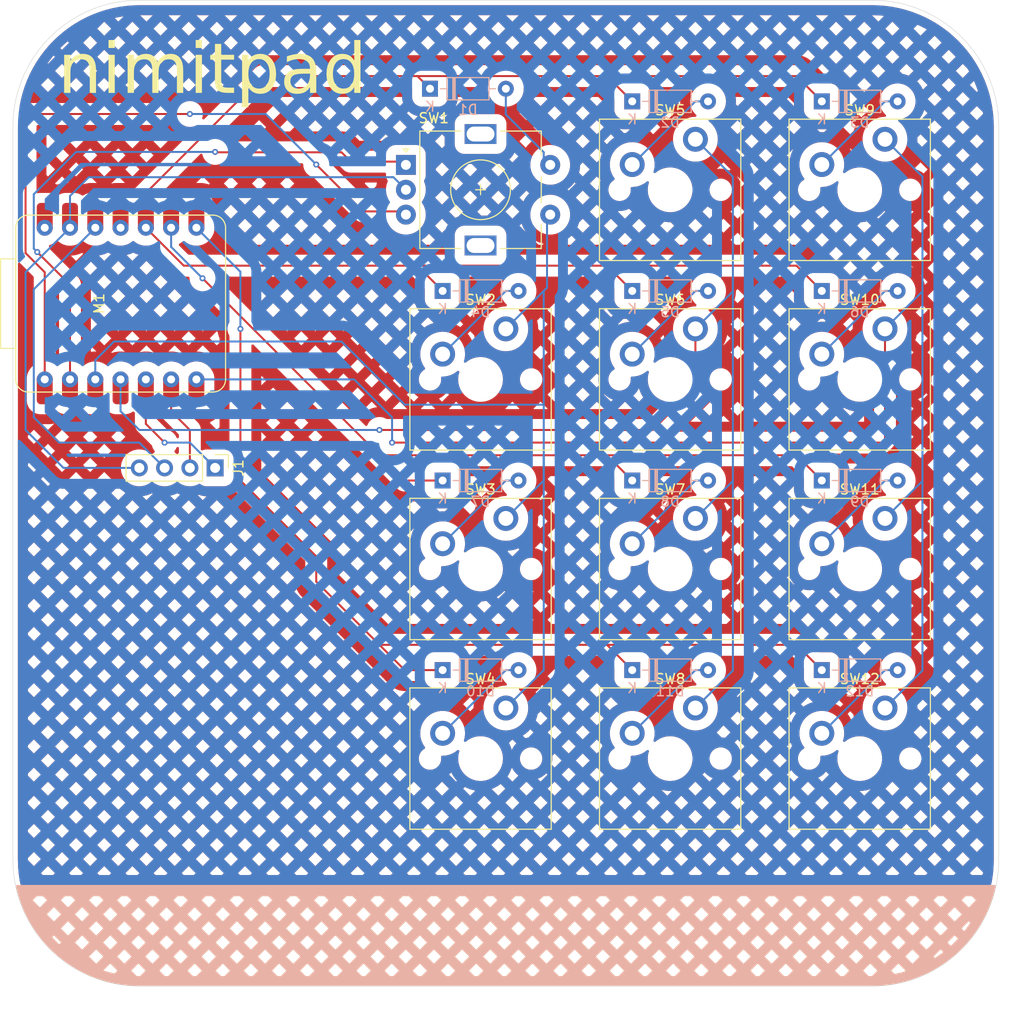
<source format=kicad_pcb>
(kicad_pcb (version 20240108) (generator "pcbnew") (generator_version "8.0")
  (layers (0 "F.Cu" signal) (31 "B.Cu" signal) (34 "B.Paste" user) (35 "F.Paste" user) (36 "B.SilkS" user "B.Silkscreen") (37 "F.SilkS" user "F.Silkscreen") (38 "B.Mask" user) (39 "F.Mask" user) (44 "Edge.Cuts" user))
  (net 0 "")
  (net 1 "Net-(D1-K)")
  (net 2 "Net-(D1-A)")
  (net 3 "Net-(D2-A)")
  (net 4 "Net-(D3-A)")
  (net 5 "Net-(D4-K)")
  (net 6 "Net-(D4-A)")
  (net 7 "Net-(D5-A)")
  (net 8 "Net-(D6-A)")
  (net 9 "Net-(D7-A)")
  (net 10 "Net-(D7-K)")
  (net 11 "Net-(D8-A)")
  (net 12 "Net-(D9-A)")
  (net 13 "Net-(D10-A)")
  (net 14 "Net-(D10-K)")
  (net 15 "Net-(D11-A)")
  (net 16 "Net-(D12-A)")
  (net 17 "Net-(J1-Pin_2)")
  (net 19 "Net-(J1-Pin_3)")
  (net 20 "Net-(M1-D2)")
  (net 21 "Net-(J1-Pin_1)")
  (net 22 "Net-(J1-Pin_4)")
  (net 23 "Net-(M1-D6)")
  (net 24 "Net-(M1-D3)")
  (net 25 "Net-(M1-D1)")
  (net 26 "Net-(M1-D0)")
  (footprint "ScottoKeebs_MX:MX_PCB_1.00u" (layer "F.Cu") (at 72.39 63.5)
    (property "Reference" "SW2" (at 0 -8 0) (layer "F.SilkS"))
    (property "Value" "SW_Push")
    (pad "" np_thru_hole circle (at -5.08 0) (size 1.75 1.75) (drill 1.75) (layers "*.Cu" "*.Mask"))
    (pad "" np_thru_hole circle (at 0 0) (size 4 4) (drill 4) (layers "*.Cu" "*.Mask"))
    (pad "" np_thru_hole circle (at 5.08 0) (size 1.75 1.75) (drill 1.75) (layers "*.Cu" "*.Mask"))
    (pad "1" thru_hole circle (at -3.81 -2.54) (size 2.5 2.5) (drill 1.5) (layers "*.Cu" "*.Mask") (net 6 "Net-(D4-A)"))
    (pad "2" thru_hole circle (at 2.54 -5.08) (size 2.5 2.5) (drill 1.5) (layers "*.Cu" "*.Mask") (net 20 "Net-(M1-D2)"))
  )
  (footprint "ScottoKeebs_MX:MX_PCB_1.00u" (layer "F.Cu") (at 110.49 44.45)
    (property "Reference" "SW9" (at 0 -8 0) (layer "F.SilkS"))
    (property "Value" "SW_Push")
    (pad "" np_thru_hole circle (at -5.08 0) (size 1.75 1.75) (drill 1.75) (layers "*.Cu" "*.Mask"))
    (pad "" np_thru_hole circle (at 0 0) (size 4 4) (drill 4) (layers "*.Cu" "*.Mask"))
    (pad "" np_thru_hole circle (at 5.08 0) (size 1.75 1.75) (drill 1.75) (layers "*.Cu" "*.Mask"))
    (pad "1" thru_hole circle (at -3.81 -2.54) (size 2.5 2.5) (drill 1.5) (layers "*.Cu" "*.Mask") (net 4 "Net-(D3-A)"))
    (pad "2" thru_hole circle (at 2.54 -5.08) (size 2.5 2.5) (drill 1.5) (layers "*.Cu" "*.Mask") (net 23 "Net-(M1-D6)"))
  )
  (footprint "ScottoKeebs_MX:MX_PCB_1.00u" (layer "F.Cu") (at 91.44 82.55)
    (property "Reference" "SW7" (at 0 -8 0) (layer "F.SilkS"))
    (property "Value" "SW_Push")
    (pad "" np_thru_hole circle (at -5.08 0) (size 1.75 1.75) (drill 1.75) (layers "*.Cu" "*.Mask"))
    (pad "" np_thru_hole circle (at 0 0) (size 4 4) (drill 4) (layers "*.Cu" "*.Mask"))
    (pad "" np_thru_hole circle (at 5.08 0) (size 1.75 1.75) (drill 1.75) (layers "*.Cu" "*.Mask"))
    (pad "1" thru_hole circle (at -3.81 -2.54) (size 2.5 2.5) (drill 1.5) (layers "*.Cu" "*.Mask") (net 11 "Net-(D8-A)"))
    (pad "2" thru_hole circle (at 2.54 -5.08) (size 2.5 2.5) (drill 1.5) (layers "*.Cu" "*.Mask") (net 24 "Net-(M1-D3)"))
  )
  (footprint "ScottoKeebs_MX:MX_PCB_1.00u" (layer "F.Cu") (at 72.39 101.6)
    (property "Reference" "SW4" (at 0 -8 0) (layer "F.SilkS"))
    (property "Value" "SW_Push")
    (pad "" np_thru_hole circle (at -5.08 0) (size 1.75 1.75) (drill 1.75) (layers "*.Cu" "*.Mask"))
    (pad "" np_thru_hole circle (at 0 0) (size 4 4) (drill 4) (layers "*.Cu" "*.Mask"))
    (pad "" np_thru_hole circle (at 5.08 0) (size 1.75 1.75) (drill 1.75) (layers "*.Cu" "*.Mask"))
    (pad "1" thru_hole circle (at -3.81 -2.54) (size 2.5 2.5) (drill 1.5) (layers "*.Cu" "*.Mask") (net 13 "Net-(D10-A)"))
    (pad "2" thru_hole circle (at 2.54 -5.08) (size 2.5 2.5) (drill 1.5) (layers "*.Cu" "*.Mask") (net 20 "Net-(M1-D2)"))
  )
  (footprint "Connector_PinHeader_2.54mm:PinHeader_1x04_P2.54mm_Vertical" (layer "F.Cu") (at 45.72 72.39 -90)
    (property "Reference" "J1" (at 0 -2.33 90) (layer "F.SilkS"))
    (property "Value" "Conn_01x04")
    (pad "1" thru_hole rect (at 0 0 270) (size 1.7 1.7) (drill 1) (layers "*.Cu" "*.Mask") (net 21 "Net-(J1-Pin_1)"))
    (pad "2" thru_hole oval (at 0 2.54 270) (size 1.7 1.7) (drill 1) (layers "*.Cu" "*.Mask") (net 17 "Net-(J1-Pin_2)"))
    (pad "3" thru_hole oval (at 0 5.08 270) (size 1.7 1.7) (drill 1) (layers "*.Cu" "*.Mask") (net 19 "Net-(J1-Pin_3)"))
    (pad "4" thru_hole oval (at 0 7.62 270) (size 1.7 1.7) (drill 1) (layers "*.Cu" "*.Mask") (net 22 "Net-(J1-Pin_4)"))
  )
  (footprint "ScottoKeebs_MX:MX_PCB_1.00u" (layer "F.Cu") (at 110.49 63.5)
    (property "Reference" "SW10" (at 0 -8 0) (layer "F.SilkS"))
    (property "Value" "SW_Push")
    (pad "" np_thru_hole circle (at -5.08 0) (size 1.75 1.75) (drill 1.75) (layers "*.Cu" "*.Mask"))
    (pad "" np_thru_hole circle (at 0 0) (size 4 4) (drill 4) (layers "*.Cu" "*.Mask"))
    (pad "" np_thru_hole circle (at 5.08 0) (size 1.75 1.75) (drill 1.75) (layers "*.Cu" "*.Mask"))
    (pad "1" thru_hole circle (at -3.81 -2.54) (size 2.5 2.5) (drill 1.5) (layers "*.Cu" "*.Mask") (net 8 "Net-(D6-A)"))
    (pad "2" thru_hole circle (at 2.54 -5.08) (size 2.5 2.5) (drill 1.5) (layers "*.Cu" "*.Mask") (net 23 "Net-(M1-D6)"))
  )
  (footprint "ScottoKeebs_MX:MX_PCB_1.00u" (layer "F.Cu") (at 110.49 82.55)
    (property "Reference" "SW11" (at 0 -8 0) (layer "F.SilkS"))
    (property "Value" "SW_Push")
    (pad "" np_thru_hole circle (at -5.08 0) (size 1.75 1.75) (drill 1.75) (layers "*.Cu" "*.Mask"))
    (pad "" np_thru_hole circle (at 0 0) (size 4 4) (drill 4) (layers "*.Cu" "*.Mask"))
    (pad "" np_thru_hole circle (at 5.08 0) (size 1.75 1.75) (drill 1.75) (layers "*.Cu" "*.Mask"))
    (pad "1" thru_hole circle (at -3.81 -2.54) (size 2.5 2.5) (drill 1.5) (layers "*.Cu" "*.Mask") (net 12 "Net-(D9-A)"))
    (pad "2" thru_hole circle (at 2.54 -5.08) (size 2.5 2.5) (drill 1.5) (layers "*.Cu" "*.Mask") (net 23 "Net-(M1-D6)"))
  )
  (footprint "ScottoKeebs_MX:MX_PCB_1.00u" (layer "F.Cu") (at 72.39 82.55)
    (property "Reference" "SW3" (at 0 -8 0) (layer "F.SilkS"))
    (property "Value" "SW_Push")
    (pad "" np_thru_hole circle (at -5.08 0) (size 1.75 1.75) (drill 1.75) (layers "*.Cu" "*.Mask"))
    (pad "" np_thru_hole circle (at 0 0) (size 4 4) (drill 4) (layers "*.Cu" "*.Mask"))
    (pad "" np_thru_hole circle (at 5.08 0) (size 1.75 1.75) (drill 1.75) (layers "*.Cu" "*.Mask"))
    (pad "1" thru_hole circle (at -3.81 -2.54) (size 2.5 2.5) (drill 1.5) (layers "*.Cu" "*.Mask") (net 9 "Net-(D7-A)"))
    (pad "2" thru_hole circle (at 2.54 -5.08) (size 2.5 2.5) (drill 1.5) (layers "*.Cu" "*.Mask") (net 20 "Net-(M1-D2)"))
  )
  (footprint "ScottoKeebs_MX:MX_PCB_1.00u" (layer "F.Cu") (at 91.44 101.6)
    (property "Reference" "SW8" (at 0 -8 0) (layer "F.SilkS"))
    (property "Value" "SW_Push")
    (pad "" np_thru_hole circle (at -5.08 0) (size 1.75 1.75) (drill 1.75) (layers "*.Cu" "*.Mask"))
    (pad "" np_thru_hole circle (at 0 0) (size 4 4) (drill 4) (layers "*.Cu" "*.Mask"))
    (pad "" np_thru_hole circle (at 5.08 0) (size 1.75 1.75) (drill 1.75) (layers "*.Cu" "*.Mask"))
    (pad "1" thru_hole circle (at -3.81 -2.54) (size 2.5 2.5) (drill 1.5) (layers "*.Cu" "*.Mask") (net 15 "Net-(D11-A)"))
    (pad "2" thru_hole circle (at 2.54 -5.08) (size 2.5 2.5) (drill 1.5) (layers "*.Cu" "*.Mask") (net 24 "Net-(M1-D3)"))
  )
  (footprint "ScottoKeebs_MX:MX_PCB_1.00u" (layer "F.Cu") (at 91.44 63.5)
    (property "Reference" "SW6" (at 0 -8 0) (layer "F.SilkS"))
    (property "Value" "SW_Push")
    (pad "" np_thru_hole circle (at -5.08 0) (size 1.75 1.75) (drill 1.75) (layers "*.Cu" "*.Mask"))
    (pad "" np_thru_hole circle (at 0 0) (size 4 4) (drill 4) (layers "*.Cu" "*.Mask"))
    (pad "" np_thru_hole circle (at 5.08 0) (size 1.75 1.75) (drill 1.75) (layers "*.Cu" "*.Mask"))
    (pad "1" thru_hole circle (at -3.81 -2.54) (size 2.5 2.5) (drill 1.5) (layers "*.Cu" "*.Mask") (net 7 "Net-(D5-A)"))
    (pad "2" thru_hole circle (at 2.54 -5.08) (size 2.5 2.5) (drill 1.5) (layers "*.Cu" "*.Mask") (net 24 "Net-(M1-D3)"))
  )
  (footprint "ScottoKeebs_MX:MX_PCB_1.00u" (layer "F.Cu") (at 91.44 44.45)
    (property "Reference" "SW5" (at 0 -8 0) (layer "F.SilkS"))
    (property "Value" "SW_Push")
    (pad "" np_thru_hole circle (at -5.08 0) (size 1.75 1.75) (drill 1.75) (layers "*.Cu" "*.Mask"))
    (pad "" np_thru_hole circle (at 0 0) (size 4 4) (drill 4) (layers "*.Cu" "*.Mask"))
    (pad "" np_thru_hole circle (at 5.08 0) (size 1.75 1.75) (drill 1.75) (layers "*.Cu" "*.Mask"))
    (pad "1" thru_hole circle (at -3.81 -2.54) (size 2.5 2.5) (drill 1.5) (layers "*.Cu" "*.Mask") (net 3 "Net-(D2-A)"))
    (pad "2" thru_hole circle (at 2.54 -5.08) (size 2.5 2.5) (drill 1.5) (layers "*.Cu" "*.Mask") (net 24 "Net-(M1-D3)"))
  )
  (footprint "Rotary_Encoder:EC11E" (layer "F.Cu") (at 64.889217 41.943807)
    (property "Reference" "SW1" (at 2.8 -4.7 0) (layer "F.SilkS"))
    (property "Value" "RotaryEncoder_Switch")
    (pad "A" thru_hole rect (at 0 0) (size 2 2) (drill 1) (layers "*.Cu" "*.Mask") (net 25 "Net-(M1-D1)"))
    (pad "B" thru_hole circle (at 0 5) (size 2 2) (drill 1) (layers "*.Cu" "*.Mask") (net 26 "Net-(M1-D0)"))
    (pad "C" thru_hole circle (at 0 2.5) (size 2 2) (drill 1) (layers "*.Cu" "*.Mask") (net 22 "Net-(J1-Pin_4)"))
    (pad "MP" thru_hole rect (at 7.5 -3.1) (size 3.2 2) (drill oval 2.8 1.5) (layers "*.Cu" "*.Mask"))
    (pad "MP" thru_hole rect (at 7.5 8.1) (size 3.2 2) (drill oval 2.8 1.5) (layers "*.Cu" "*.Mask"))
    (pad "S1" thru_hole circle (at 14.5 5) (size 2 2) (drill 1) (layers "*.Cu" "*.Mask") (net 20 "Net-(M1-D2)"))
    (pad "S2" thru_hole circle (at 14.5 0) (size 2 2) (drill 1) (layers "*.Cu" "*.Mask") (net 2 "Net-(D1-A)"))
  )
  (footprint "Library:XIAO-RP2040" (layer "F.Cu") (at 46.768 64.77 90)
    (property "Reference" "M1" (at 8.89 -12.7 90) (layer "F.SilkS"))
    (property "Value" "XIAO-RP2040")
    (pad "1" thru_hole circle (at 1.2725 -18.171 90) (size 1.6 1.6) (drill 0.8) (layers "*.Cu" "*.Mask") (net 26 "Net-(M1-D0)"))
    (pad "1" smd roundrect (at 1.2725 -18.171 90) (size 3 1.6) (drill (offset -1 0)) (layers "F.Cu" "F.Paste" "F.Mask") (net 26 "Net-(M1-D0)"))
    (pad "2" thru_hole circle (at 1.2725 -15.631 90) (size 1.6 1.6) (drill 0.8) (layers "*.Cu" "*.Mask") (net 25 "Net-(M1-D1)"))
    (pad "2" smd roundrect (at 1.2725 -15.631 90) (size 3 1.6) (drill (offset -1 0)) (layers "F.Cu" "F.Paste" "F.Mask") (net 25 "Net-(M1-D1)"))
    (pad "3" thru_hole circle (at 1.2725 -13.091 90) (size 1.6 1.6) (drill 0.8) (layers "*.Cu" "*.Mask") (net 20 "Net-(M1-D2)"))
    (pad "3" smd roundrect (at 1.2725 -13.091 90) (size 3 1.6) (drill (offset -1 0)) (layers "F.Cu" "F.Paste" "F.Mask") (net 20 "Net-(M1-D2)"))
    (pad "4" thru_hole circle (at 1.2725 -10.551 90) (size 1.6 1.6) (drill 0.8) (layers "*.Cu" "*.Mask") (net 24 "Net-(M1-D3)"))
    (pad "4" smd roundrect (at 1.2725 -10.551 90) (size 3 1.6) (drill (offset -1 0)) (layers "F.Cu" "F.Paste" "F.Mask") (net 24 "Net-(M1-D3)"))
    (pad "5" thru_hole circle (at 1.2725 -8.011 90) (size 1.6 1.6) (drill 0.8) (layers "*.Cu" "*.Mask") (net 21 "Net-(J1-Pin_1)"))
    (pad "5" smd roundrect (at 1.2725 -8.011 90) (size 3 1.6) (drill (offset -1 0)) (layers "F.Cu" "F.Paste" "F.Mask") (net 21 "Net-(J1-Pin_1)"))
    (pad "6" thru_hole circle (at 1.2725 -5.471 90) (size 1.6 1.6) (drill 0.8) (layers "*.Cu" "*.Mask") (net 17 "Net-(J1-Pin_2)"))
    (pad "6" smd roundrect (at 1.2725 -5.471 90) (size 3 1.6) (drill (offset -1 0)) (layers "F.Cu" "F.Paste" "F.Mask") (net 17 "Net-(J1-Pin_2)"))
    (pad "7" thru_hole circle (at 1.2725 -2.931 90) (size 1.6 1.6) (drill 0.8) (layers "*.Cu" "*.Mask") (net 23 "Net-(M1-D6)"))
    (pad "7" smd roundrect (at 1.2725 -2.931 90) (size 3 1.6) (drill (offset -1 0)) (layers "F.Cu" "F.Paste" "F.Mask") (net 23 "Net-(M1-D6)"))
    (pad "8" thru_hole circle (at 16.5075 -2.931 90) (size 1.6 1.6) (drill 0.8) (layers "*.Cu" "*.Mask") (net 14 "Net-(D10-K)"))
    (pad "8" smd roundrect (at 16.5075 -2.931 90) (size 3 1.6) (drill (offset 1 0)) (layers "F.Cu" "F.Paste" "F.Mask") (net 14 "Net-(D10-K)"))
    (pad "9" thru_hole circle (at 16.5075 -5.471 90) (size 1.6 1.6) (drill 0.8) (layers "*.Cu" "*.Mask") (net 10 "Net-(D7-K)"))
    (pad "9" smd roundrect (at 16.5075 -5.471 90) (size 3 1.6) (drill (offset 1 0)) (layers "F.Cu" "F.Paste" "F.Mask") (net 10 "Net-(D7-K)"))
    (pad "10" thru_hole circle (at 16.5075 -8.011 90) (size 1.6 1.6) (drill 0.8) (layers "*.Cu" "*.Mask") (net 5 "Net-(D4-K)"))
    (pad "10" smd roundrect (at 16.5075 -8.011 90) (size 3 1.6) (drill (offset 1 0)) (layers "F.Cu" "F.Paste" "F.Mask") (net 5 "Net-(D4-K)"))
    (pad "11" thru_hole circle (at 16.5075 -10.551 90) (size 1.6 1.6) (drill 0.8) (layers "*.Cu" "*.Mask") (net 1 "Net-(D1-K)"))
    (pad "11" smd roundrect (at 16.5075 -10.551 90) (size 3 1.6) (drill (offset 1 0)) (layers "F.Cu" "F.Paste" "F.Mask") (net 1 "Net-(D1-K)"))
    (pad "12" thru_hole circle (at 16.5075 -13.091 90) (size 1.6 1.6) (drill 0.8) (layers "*.Cu" "*.Mask") (net 19 "Net-(J1-Pin_3)"))
    (pad "12" smd roundrect (at 16.5075 -13.091 90) (size 3 1.6) (drill (offset 1 0)) (layers "F.Cu" "F.Paste" "F.Mask") (net 19 "Net-(J1-Pin_3)"))
    (pad "13" thru_hole circle (at 16.5075 -15.631 90) (size 1.6 1.6) (drill 0.8) (layers "*.Cu" "*.Mask") (net 22 "Net-(J1-Pin_4)"))
    (pad "13" smd roundrect (at 16.5075 -15.631 90) (size 3 1.6) (drill (offset 1 0)) (layers "F.Cu" "F.Paste" "F.Mask") (net 22 "Net-(J1-Pin_4)"))
    (pad "14" thru_hole circle (at 16.5075 -18.171 90) (size 1.6 1.6) (drill 0.8) (layers "*.Cu" "*.Mask"))
    (pad "14" smd roundrect (at 16.5075 -18.171 90) (size 3 1.6) (drill (offset 1 0)) (layers "F.Cu" "F.Paste" "F.Mask"))
  )
  (footprint "ScottoKeebs_MX:MX_PCB_1.00u" (layer "F.Cu") (at 110.49 101.6)
    (property "Reference" "SW12" (at 0 -8 0) (layer "F.SilkS"))
    (property "Value" "SW_Push")
    (pad "" np_thru_hole circle (at -5.08 0) (size 1.75 1.75) (drill 1.75) (layers "*.Cu" "*.Mask"))
    (pad "" np_thru_hole circle (at 0 0) (size 4 4) (drill 4) (layers "*.Cu" "*.Mask"))
    (pad "" np_thru_hole circle (at 5.08 0) (size 1.75 1.75) (drill 1.75) (layers "*.Cu" "*.Mask"))
    (pad "1" thru_hole circle (at -3.81 -2.54) (size 2.5 2.5) (drill 1.5) (layers "*.Cu" "*.Mask") (net 16 "Net-(D12-A)"))
    (pad "2" thru_hole circle (at 2.54 -5.08) (size 2.5 2.5) (drill 1.5) (layers "*.Cu" "*.Mask") (net 23 "Net-(M1-D6)"))
  )
  (footprint "Diode_THT:D_DO-35_SOD27_P7.62mm_Horizontal" (layer "B.Cu") (at 68.58 54.61)
    (property "Reference" "D4" (at 3.81 2.12 0) (layer "B.SilkS") (effects (justify mirror)))
    (property "Value" "1N4148")
    (fp_text user "K" (at 0 1.8 0) (layer "B.SilkS") (effects (justify mirror)))
    (pad "1" thru_hole rect (at 0 0) (size 1.6 1.6) (drill 0.8) (layers "*.Cu" "*.Mask") (net 5 "Net-(D4-K)"))
    (pad "2" thru_hole oval (at 7.62 0) (size 1.6 1.6) (drill 0.8) (layers "*.Cu" "*.Mask") (net 6 "Net-(D4-A)"))
  )
  (footprint "Diode_THT:D_DO-35_SOD27_P7.62mm_Horizontal" (layer "B.Cu") (at 106.68 92.71)
    (property "Reference" "D12" (at 3.81 2.12 0) (layer "B.SilkS") (effects (justify mirror)))
    (property "Value" "1N4148")
    (fp_text user "K" (at 0 1.8 0) (layer "B.SilkS") (effects (justify mirror)))
    (pad "1" thru_hole rect (at 0 0) (size 1.6 1.6) (drill 0.8) (layers "*.Cu" "*.Mask") (net 14 "Net-(D10-K)"))
    (pad "2" thru_hole oval (at 7.62 0) (size 1.6 1.6) (drill 0.8) (layers "*.Cu" "*.Mask") (net 16 "Net-(D12-A)"))
  )
  (footprint "Diode_THT:D_DO-35_SOD27_P7.62mm_Horizontal" (layer "B.Cu") (at 68.58 92.71)
    (property "Reference" "D10" (at 3.81 2.12 0) (layer "B.SilkS") (effects (justify mirror)))
    (property "Value" "1N4148")
    (fp_text user "K" (at 0 1.8 0) (layer "B.SilkS") (effects (justify mirror)))
    (pad "1" thru_hole rect (at 0 0) (size 1.6 1.6) (drill 0.8) (layers "*.Cu" "*.Mask") (net 14 "Net-(D10-K)"))
    (pad "2" thru_hole oval (at 7.62 0) (size 1.6 1.6) (drill 0.8) (layers "*.Cu" "*.Mask") (net 13 "Net-(D10-A)"))
  )
  (footprint "Diode_THT:D_DO-35_SOD27_P7.62mm_Horizontal" (layer "B.Cu") (at 87.63 73.66)
    (property "Reference" "D8" (at 3.81 2.12 0) (layer "B.SilkS") (effects (justify mirror)))
    (property "Value" "1N4148")
    (fp_text user "K" (at 0 1.8 0) (layer "B.SilkS") (effects (justify mirror)))
    (pad "1" thru_hole rect (at 0 0) (size 1.6 1.6) (drill 0.8) (layers "*.Cu" "*.Mask") (net 10 "Net-(D7-K)"))
    (pad "2" thru_hole oval (at 7.62 0) (size 1.6 1.6) (drill 0.8) (layers "*.Cu" "*.Mask") (net 11 "Net-(D8-A)"))
  )
  (footprint "Diode_THT:D_DO-35_SOD27_P7.62mm_Horizontal" (layer "B.Cu") (at 87.63 92.71)
    (property "Reference" "D11" (at 3.81 2.12 0) (layer "B.SilkS") (effects (justify mirror)))
    (property "Value" "1N4148")
    (fp_text user "K" (at 0 1.8 0) (layer "B.SilkS") (effects (justify mirror)))
    (pad "1" thru_hole rect (at 0 0) (size 1.6 1.6) (drill 0.8) (layers "*.Cu" "*.Mask") (net 14 "Net-(D10-K)"))
    (pad "2" thru_hole oval (at 7.62 0) (size 1.6 1.6) (drill 0.8) (layers "*.Cu" "*.Mask") (net 15 "Net-(D11-A)"))
  )
  (footprint "Diode_THT:D_DO-35_SOD27_P7.62mm_Horizontal" (layer "B.Cu") (at 87.63 54.61)
    (property "Reference" "D5" (at 3.81 2.12 0) (layer "B.SilkS") (effects (justify mirror)))
    (property "Value" "1N4148")
    (fp_text user "K" (at 0 1.8 0) (layer "B.SilkS") (effects (justify mirror)))
    (pad "1" thru_hole rect (at 0 0) (size 1.6 1.6) (drill 0.8) (layers "*.Cu" "*.Mask") (net 5 "Net-(D4-K)"))
    (pad "2" thru_hole oval (at 7.62 0) (size 1.6 1.6) (drill 0.8) (layers "*.Cu" "*.Mask") (net 7 "Net-(D5-A)"))
  )
  (footprint "Diode_THT:D_DO-35_SOD27_P7.62mm_Horizontal" (layer "B.Cu") (at 67.31 34.29)
    (property "Reference" "D1" (at 3.81 2.12 0) (layer "B.SilkS") (effects (justify mirror)))
    (property "Value" "1N4148")
    (fp_text user "K" (at 0 1.8 0) (layer "B.SilkS") (effects (justify mirror)))
    (pad "1" thru_hole rect (at 0 0) (size 1.6 1.6) (drill 0.8) (layers "*.Cu" "*.Mask") (net 1 "Net-(D1-K)"))
    (pad "2" thru_hole oval (at 7.62 0) (size 1.6 1.6) (drill 0.8) (layers "*.Cu" "*.Mask") (net 2 "Net-(D1-A)"))
  )
  (footprint "Diode_THT:D_DO-35_SOD27_P7.62mm_Horizontal" (layer "B.Cu") (at 106.68 73.66)
    (property "Reference" "D9" (at 3.81 2.12 0) (layer "B.SilkS") (effects (justify mirror)))
    (property "Value" "1N4148")
    (fp_text user "K" (at 0 1.8 0) (layer "B.SilkS") (effects (justify mirror)))
    (pad "1" thru_hole rect (at 0 0) (size 1.6 1.6) (drill 0.8) (layers "*.Cu" "*.Mask") (net 10 "Net-(D7-K)"))
    (pad "2" thru_hole oval (at 7.62 0) (size 1.6 1.6) (drill 0.8) (layers "*.Cu" "*.Mask") (net 12 "Net-(D9-A)"))
  )
  (footprint "Diode_THT:D_DO-35_SOD27_P7.62mm_Horizontal" (layer "B.Cu") (at 106.68 35.56)
    (property "Reference" "D3" (at 3.81 2.12 0) (layer "B.SilkS") (effects (justify mirror)))
    (property "Value" "1N4148")
    (fp_text user "K" (at 0 1.8 0) (layer "B.SilkS") (effects (justify mirror)))
    (pad "1" thru_hole rect (at 0 0) (size 1.6 1.6) (drill 0.8) (layers "*.Cu" "*.Mask") (net 1 "Net-(D1-K)"))
    (pad "2" thru_hole oval (at 7.62 0) (size 1.6 1.6) (drill 0.8) (layers "*.Cu" "*.Mask") (net 4 "Net-(D3-A)"))
  )
  (footprint "Diode_THT:D_DO-35_SOD27_P7.62mm_Horizontal" (layer "B.Cu") (at 68.58 73.66)
    (property "Reference" "D7" (at 3.81 2.12 0) (layer "B.SilkS") (effects (justify mirror)))
    (property "Value" "1N4148")
    (fp_text user "K" (at 0 1.8 0) (layer "B.SilkS") (effects (justify mirror)))
    (pad "1" thru_hole rect (at 0 0) (size 1.6 1.6) (drill 0.8) (layers "*.Cu" "*.Mask") (net 10 "Net-(D7-K)"))
    (pad "2" thru_hole oval (at 7.62 0) (size 1.6 1.6) (drill 0.8) (layers "*.Cu" "*.Mask") (net 9 "Net-(D7-A)"))
  )
  (footprint "Diode_THT:D_DO-35_SOD27_P7.62mm_Horizontal" (layer "B.Cu") (at 87.63 35.56)
    (property "Reference" "D2" (at 3.81 2.12 0) (layer "B.SilkS") (effects (justify mirror)))
    (property "Value" "1N4148")
    (fp_text user "K" (at 0 1.8 0) (layer "B.SilkS") (effects (justify mirror)))
    (pad "1" thru_hole rect (at 0 0) (size 1.6 1.6) (drill 0.8) (layers "*.Cu" "*.Mask") (net 1 "Net-(D1-K)"))
    (pad "2" thru_hole oval (at 7.62 0) (size 1.6 1.6) (drill 0.8) (layers "*.Cu" "*.Mask") (net 3 "Net-(D2-A)"))
  )
  (footprint "Diode_THT:D_DO-35_SOD27_P7.62mm_Horizontal" (layer "B.Cu") (at 106.68 54.61)
    (property "Reference" "D6" (at 3.81 2.12 0) (layer "B.SilkS") (effects (justify mirror)))
    (property "Value" "1N4148")
    (fp_text user "K" (at 0 1.8 0) (layer "B.SilkS") (effects (justify mirror)))
    (pad "1" thru_hole rect (at 0 0) (size 1.6 1.6) (drill 0.8) (layers "*.Cu" "*.Mask") (net 5 "Net-(D4-K)"))
    (pad "2" thru_hole oval (at 7.62 0) (size 1.6 1.6) (drill 0.8) (layers "*.Cu" "*.Mask") (net 8 "Net-(D6-A)"))
  )
  (gr_arc (start 124.46 111.76) (mid 120.740256 120.740256) (end 111.76 124.46) (stroke (width 0.05)) (layer "Edge.Cuts"))
  (gr_arc (start 111.76 25.4) (mid 120.740256 29.119744) (end 124.46 38.1) (stroke (width 0.05)) (layer "Edge.Cuts"))
  (gr_line (start 25.4 111.76) (end 25.4 38.1) (stroke (width 0.05)) (layer "Edge.Cuts"))
  (gr_line (start 38.1 25.4) (end 111.76 25.4) (stroke (width 0.05)) (layer "Edge.Cuts"))
  (gr_line (start 124.46 38.1) (end 124.46 111.76) (stroke (width 0.05)) (layer "Edge.Cuts"))
  (gr_line (start 111.76 124.46) (end 38.1 124.46) (stroke (width 0.05)) (layer "Edge.Cuts"))
  (gr_arc (start 25.4 38.1) (mid 29.119744 29.119744) (end 38.1 25.4) (stroke (width 0.05)) (layer "Edge.Cuts"))
  (gr_arc (start 38.1 124.46) (mid 29.119744 120.740256) (end 25.4 111.76) (stroke (width 0.05)) (layer "Edge.Cuts"))
  (gr_text "nimitpad" (at 60.96 35.56 0) (layer "F.SilkS") (effects (font (size 5 5) (thickness 0.1)) (justify right bottom)))
  (segment (start 36.217 47.31255) (end 36.217 48.2625) (width 0.2) (layer "F.Cu") (net 1))
  (segment (start 87.63 35.56) (end 85.09 33.02) (width 0.2) (layer "F.Cu") (net 1))
  (segment (start 66.04 33.02) (end 50.50955 33.02) (width 0.2) (layer "F.Cu") (net 1))
  (segment (start 104.14 33.02) (end 85.09 33.02) (width 0.2) (layer "F.Cu") (net 1))
  (segment (start 85.09 33.02) (end 66.04 33.02) (width 0.2) (layer "F.Cu") (net 1))
  (segment (start 67.31 34.29) (end 66.04 33.02) (width 0.2) (layer "F.Cu") (net 1))
  (segment (start 106.68 35.56) (end 104.14 33.02) (width 0.2) (layer "F.Cu") (net 1))
  (segment (start 50.50955 33.02) (end 36.217 47.31255) (width 0.2) (layer "F.Cu") (net 1))
  (segment (start 78.74 40.68) (end 78.74 41.29459) (width 0.2) (layer "B.Cu") (net 2))
  (segment (start 78.74 41.29459) (end 79.389217 41.943807) (width 0.2) (layer "B.Cu") (net 2))
  (segment (start 74.93 34.29) (end 74.93 36.87) (width 0.2) (layer "B.Cu") (net 2))
  (segment (start 74.93 36.87) (end 78.74 40.68) (width 0.2) (layer "B.Cu") (net 2))
  (segment (start 87.63 41.91) (end 93.98 35.56) (width 0.2) (layer "B.Cu") (net 3))
  (segment (start 93.98 35.56) (end 95.25 35.56) (width 0.2) (layer "B.Cu") (net 3))
  (segment (start 106.68 41.91) (end 113.03 35.56) (width 0.2) (layer "B.Cu") (net 4))
  (segment (start 113.03 35.56) (end 114.3 35.56) (width 0.2) (layer "B.Cu") (net 4))
  (segment (start 85.09 52.07) (end 66.04 52.07) (width 0.2) (layer "F.Cu") (net 5))
  (segment (start 42.5645 52.07) (end 44.45 52.07) (width 0.2) (layer "F.Cu") (net 5))
  (segment (start 104.14 52.07) (end 85.09 52.07) (width 0.2) (layer "F.Cu") (net 5))
  (segment (start 87.63 54.61) (end 85.09 52.07) (width 0.2) (layer "F.Cu") (net 5))
  (segment (start 38.757 48.2625) (end 42.5645 52.07) (width 0.2) (layer "F.Cu") (net 5))
  (segment (start 66.04 52.07) (end 44.45 52.07) (width 0.2) (layer "F.Cu") (net 5))
  (segment (start 68.58 54.61) (end 66.04 52.07) (width 0.2) (layer "F.Cu") (net 5))
  (segment (start 106.68 54.61) (end 104.14 52.07) (width 0.2) (layer "F.Cu") (net 5))
  (segment (start 74.93 54.61) (end 76.2 54.61) (width 0.2) (layer "B.Cu") (net 6))
  (segment (start 68.58 60.96) (end 74.93 54.61) (width 0.2) (layer "B.Cu") (net 6))
  (segment (start 87.63 60.96) (end 93.98 54.61) (width 0.2) (layer "B.Cu") (net 7))
  (segment (start 93.98 54.61) (end 95.25 54.61) (width 0.2) (layer "B.Cu") (net 7))
  (segment (start 106.68 60.96) (end 113.03 54.61) (width 0.2) (layer "B.Cu") (net 8))
  (segment (start 113.03 54.61) (end 114.3 54.61) (width 0.2) (layer "B.Cu") (net 8))
  (segment (start 68.58 80.01) (end 74.93 73.66) (width 0.2) (layer "B.Cu") (net 9))
  (segment (start 74.93 73.66) (end 76.2 73.66) (width 0.2) (layer "B.Cu") (net 9))
  (segment (start 104.14 71.12) (end 85.09 71.12) (width 0.2) (layer "F.Cu") (net 10))
  (segment (start 106.68 73.66) (end 104.14 71.12) (width 0.2) (layer "F.Cu") (net 10))
  (segment (start 68.58 73.66) (end 64.77 73.66) (width 0.2) (layer "F.Cu") (net 10))
  (segment (start 62.23 71.12) (end 44.45 53.34) (width 0.2) (layer "F.Cu") (net 10))
  (segment (start 64.77 73.66) (end 62.23 71.12) (width 0.2) (layer "F.Cu") (net 10))
  (segment (start 87.63 73.66) (end 85.09 71.12) (width 0.2) (layer "F.Cu") (net 10))
  (segment (start 85.09 71.12) (end 62.23 71.12) (width 0.2) (layer "F.Cu") (net 10))
  (via (at 44.45 53.34) (size 0.6) (drill 0.3) (layers "F.Cu" "B.Cu") (net 10))
  (segment (start 44.45 53.34) (end 41.297 50.187) (width 0.2) (layer "B.Cu") (net 10))
  (segment (start 41.297 50.187) (end 41.297 48.2625) (width 0.2) (layer "B.Cu") (net 10))
  (segment (start 87.63 80.01) (end 93.98 73.66) (width 0.2) (layer "B.Cu") (net 11))
  (segment (start 93.98 73.66) (end 95.25 73.66) (width 0.2) (layer "B.Cu") (net 11))
  (segment (start 113.03 73.66) (end 114.3 73.66) (width 0.2) (layer "B.Cu") (net 12))
  (segment (start 106.68 80.01) (end 113.03 73.66) (width 0.2) (layer "B.Cu") (net 12))
  (segment (start 74.93 92.71) (end 76.2 92.71) (width 0.2) (layer "B.Cu") (net 13))
  (segment (start 68.58 99.06) (end 74.93 92.71) (width 0.2) (layer "B.Cu") (net 13))
  (segment (start 87.63 92.71) (end 85.09 90.17) (width 0.2) (layer "F.Cu") (net 14))
  (segment (start 55.88 81.28) (end 48.26 73.66) (width 0.2) (layer "F.Cu") (net 14))
  (segment (start 104.14 90.17) (end 85.09 90.17) (width 0.2) (layer "F.Cu") (net 14))
  (segment (start 85.09 90.17) (end 62.23 90.17) (width 0.2) (layer "F.Cu") (net 14))
  (segment (start 55.88 83.82) (end 55.88 81.28) (width 0.2) (layer "F.Cu") (net 14))
  (segment (start 62.23 90.17) (end 55.88 83.82) (width 0.2) (layer "F.Cu") (net 14))
  (segment (start 64.77 92.71) (end 62.23 90.17) (width 0.2) (layer "F.Cu") (net 14))
  (segment (start 106.68 92.71) (end 104.14 90.17) (width 0.2) (layer "F.Cu") (net 14))
  (segment (start 68.58 92.71) (end 64.77 92.71) (width 0.2) (layer "F.Cu") (net 14))
  (segment (start 48.26 73.66) (end 48.26 58.42) (width 0.2) (layer "F.Cu") (net 14))
  (via (at 48.26 58.42) (size 0.6) (drill 0.3) (layers "F.Cu" "B.Cu") (net 14))
  (segment (start 48.26 52.6855) (end 43.837 48.2625) (width 0.2) (layer "B.Cu") (net 14))
  (segment (start 48.26 58.42) (end 48.26 52.6855) (width 0.2) (layer "B.Cu") (net 14))
  (segment (start 93.98 92.71) (end 95.25 92.71) (width 0.2) (layer "B.Cu") (net 15))
  (segment (start 87.63 99.06) (end 93.98 92.71) (width 0.2) (layer "B.Cu") (net 15))
  (segment (start 106.68 99.06) (end 113.03 92.71) (width 0.2) (layer "B.Cu") (net 16))
  (segment (start 113.03 92.71) (end 114.3 92.71) (width 0.2) (layer "B.Cu") (net 16))
  (segment (start 43.18 68.58) (end 41.297 66.697) (width 0.2) (layer "F.Cu") (net 17))
  (segment (start 43.18 72.39) (end 43.18 68.58) (width 0.2) (layer "F.Cu") (net 17))
  (segment (start 41.297 66.697) (end 41.297 63.4975) (width 0.2) (layer "F.Cu") (net 17))
  (segment (start 27.497 67.31) (end 30.037 69.85) (width 0.2) (layer "B.Cu") (net 19))
  (segment (start 38.1 69.85) (end 40.64 72.39) (width 0.2) (layer "B.Cu") (net 19))
  (segment (start 30.037 69.85) (end 38.1 69.85) (width 0.2) (layer "B.Cu") (net 19))
  (segment (start 27.497 54.4425) (end 27.497 67.31) (width 0.2) (layer "B.Cu") (net 19))
  (segment (start 33.677 48.2625) (end 27.497 54.4425) (width 0.2) (layer "B.Cu") (net 19))
  (segment (start 78.74 73.66) (end 78.74 71.12) (width 0.2) (layer "B.Cu") (net 20))
  (segment (start 35.56 59.69) (end 33.677 61.573) (width 0.2) (layer "B.Cu") (net 20))
  (segment (start 74.93 77.47) (end 78.74 73.66) (width 0.2) (layer "B.Cu") (net 20))
  (segment (start 58.42 59.69) (end 35.56 59.69) (width 0.2) (layer "B.Cu") (net 20))
  (segment (start 79.069462 54.280538) (end 78.74 54.61) (width 0.2) (layer "B.Cu") (net 20))
  (segment (start 78.74 54.61) (end 74.93 58.42) (width 0.2) (layer "B.Cu") (net 20))
  (segment (start 78.74 71.12) (end 78.74 92.71) (width 0.2) (layer "B.Cu") (net 20))
  (segment (start 33.677 61.573) (end 33.677 63.4975) (width 0.2) (layer "B.Cu") (net 20))
  (segment (start 64.77 66.04) (end 58.42 59.69) (width 0.2) (layer "B.Cu") (net 20))
  (segment (start 78.74 66.04) (end 64.77 66.04) (width 0.2) (layer "B.Cu") (net 20))
  (segment (start 78.74 92.71) (end 74.93 96.52) (width 0.2) (layer "B.Cu") (net 20))
  (segment (start 79.069462 46.617146) (end 79.069462 54.280538) (width 0.2) (layer "B.Cu") (net 20))
  (segment (start 78.74 54.61) (end 78.74 66.04) (width 0.2) (layer "B.Cu") (net 20))
  (segment (start 78.74 66.04) (end 78.74 71.12) (width 0.2) (layer "B.Cu") (net 20))
  (segment (start 40.64 69.85) (end 38.757 67.967) (width 0.2) (layer "F.Cu") (net 21))
  (segment (start 38.757 67.967) (end 38.757 63.4975) (width 0.2) (layer "F.Cu") (net 21))
  (via (at 40.64 69.85) (size 0.6) (drill 0.3) (layers "F.Cu" "B.Cu") (net 21))
  (segment (start 45.72 72.39) (end 43.18 69.85) (width 0.2) (layer "B.Cu") (net 21))
  (segment (start 43.18 69.85) (end 40.64 69.85) (width 0.2) (layer "B.Cu") (net 21))
  (segment (start 38.1 72.39) (end 30.48 72.39) (width 0.2) (layer "B.Cu") (net 22))
  (segment (start 26.67 52.7295) (end 31.137 48.2625) (width 0.2) (layer "B.Cu") (net 22))
  (segment (start 31.137 45.063) (end 31.137 48.2625) (width 0.2) (layer "B.Cu") (net 22))
  (segment (start 30.48 72.39) (end 26.67 68.58) (width 0.2) (layer "B.Cu") (net 22))
  (segment (start 63.632316 43.18) (end 64.569462 44.117146) (width 0.2) (layer "B.Cu") (net 22))
  (segment (start 26.67 68.58) (end 26.67 52.7295) (width 0.2) (layer "B.Cu") (net 22))
  (segment (start 63.5 43.18) (end 33.02 43.18) (width 0.2) (layer "B.Cu") (net 22))
  (segment (start 63.5 43.18) (end 63.632316 43.18) (width 0.2) (layer "B.Cu") (net 22))
  (segment (start 33.02 43.18) (end 31.137 45.063) (width 0.2) (layer "B.Cu") (net 22))
  (segment (start 113.03 69.51) (end 112.69 69.85) (width 0.2) (layer "F.Cu") (net 23))
  (segment (start 113.03 58.42) (end 113.03 69.51) (width 0.2) (layer "F.Cu") (net 23))
  (segment (start 112.69 69.85) (end 63.5 69.85) (width 0.2) (layer "F.Cu") (net 23))
  (via (at 63.5 69.85) (size 0.6) (drill 0.3) (layers "F.Cu" "B.Cu") (net 23))
  (segment (start 113.03 77.47) (end 116.795 73.705) (width 0.2) (layer "B.Cu") (net 23))
  (segment (start 116.795 43.135) (end 116.795 53.34) (width 0.2) (layer "B.Cu") (net 23))
  (segment (start 63.5 69.85) (end 63.5 67.31) (width 0.2) (layer "B.Cu") (net 23))
  (segment (start 116.795 68.58) (end 116.795 92.755) (width 0.2) (layer "B.Cu") (net 23))
  (segment (start 63.5 67.31) (end 59.6875 63.4975) (width 0.2) (layer "B.Cu") (net 23))
  (segment (start 113.03 39.37) (end 116.795 43.135) (width 0.2) (layer "B.Cu") (net 23))
  (segment (start 116.795 54.655) (end 116.795 53.34) (width 0.2) (layer "B.Cu") (net 23))
  (segment (start 116.795 92.755) (end 113.03 96.52) (width 0.2) (layer "B.Cu") (net 23))
  (segment (start 113.03 58.42) (end 116.795 54.655) (width 0.2) (layer "B.Cu") (net 23))
  (segment (start 116.795 73.705) (end 116.795 68.58) (width 0.2) (layer "B.Cu") (net 23))
  (segment (start 59.6875 63.4975) (end 43.837 63.4975) (width 0.2) (layer "B.Cu") (net 23))
  (segment (start 116.795 53.34) (end 116.795 68.58) (width 0.2) (layer "B.Cu") (net 23))
  (segment (start 89.683402 68.58) (end 62.23 68.58) (width 0.2) (layer "F.Cu") (net 24))
  (segment (start 93.98 58.42) (end 93.98 64.283402) (width 0.2) (layer "F.Cu") (net 24))
  (segment (start 93.98 64.283402) (end 89.683402 68.58) (width 0.2) (layer "F.Cu") (net 24))
  (via (at 62.23 68.58) (size 0.6) (drill 0.3) (layers "F.Cu" "B.Cu") (net 24))
  (segment (start 97.745 73.705) (end 93.98 77.47) (width 0.2) (layer "B.Cu") (net 24))
  (segment (start 93.98 58.42) (end 97.745 54.655) (width 0.2) (layer "B.Cu") (net 24))
  (segment (start 97.745 92.755) (end 93.98 96.52) (width 0.2) (layer "B.Cu") (net 24))
  (segment (start 36.217 66.697) (end 36.217 63.4975) (width 0.2) (layer "B.Cu") (net 24))
  (segment (start 97.745 73.705) (end 97.745 92.755) (width 0.2) (layer "B.Cu") (net 24))
  (segment (start 38.1 68.58) (end 36.217 66.697) (width 0.2) (layer "B.Cu") (net 24))
  (segment (start 97.745 43.135) (end 97.745 53.34) (width 0.2) (layer "B.Cu") (net 24))
  (segment (start 97.745 53.34) (end 97.745 73.705) (width 0.2) (layer "B.Cu") (net 24))
  (segment (start 97.745 54.655) (end 97.745 53.34) (width 0.2) (layer "B.Cu") (net 24))
  (segment (start 62.23 68.58) (end 38.1 68.58) (width 0.2) (layer "B.Cu") (net 24))
  (segment (start 93.98 39.37) (end 97.745 43.135) (width 0.2) (layer "B.Cu") (net 24))
  (segment (start 31.137 53.997) (end 31.137 63.4975) (width 0.2) (layer "F.Cu") (net 25))
  (segment (start 58.42 40.68) (end 45.76 40.68) (width 0.2) (layer "F.Cu") (net 25))
  (segment (start 64.569462 41.617146) (end 59.357146 41.617146) (width 0.2) (layer "F.Cu") (net 25))
  (segment (start 59.357146 41.617146) (end 58.42 40.68) (width 0.2) (layer "F.Cu") (net 25))
  (segment (start 27.845485 50.705485) (end 31.137 53.997) (width 0.2) (layer "F.Cu") (net 25))
  (segment (start 45.76 40.68) (end 45.72 40.64) (width 0.2) (layer "F.Cu") (net 25))
  (via (at 27.845485 50.705485) (size 0.6) (drill 0.3) (layers "F.Cu" "B.Cu") (net 25))
  (via (at 45.72 40.64) (size 0.6) (drill 0.3) (layers "F.Cu" "B.Cu") (net 25))
  (segment (start 27.497 50.357) (end 27.845485 50.705485) (width 0.2) (layer "B.Cu") (net 25))
  (segment (start 45.72 40.64) (end 31.75 40.64) (width 0.2) (layer "B.Cu") (net 25))
  (segment (start 31.75 40.64) (end 27.94 44.45) (width 0.2) (layer "B.Cu") (net 25))
  (segment (start 27.94 44.45) (end 27.497 44.893) (width 0.2) (layer "B.Cu") (net 25))
  (segment (start 27.497 44.893) (end 27.497 50.357) (width 0.2) (layer "B.Cu") (net 25))
  (segment (start 64.569462 46.617146) (end 60.587146 46.617146) (width 0.2) (layer "F.Cu") (net 26))
  (segment (start 40.64 36.83) (end 43.18 36.83) (width 0.2) (layer "F.Cu") (net 26))
  (segment (start 26.67 50.8) (end 26.67 37.437398) (width 0.2) (layer "F.Cu") (net 26))
  (segment (start 28.597 52.727) (end 26.67 50.8) (width 0.2) (layer "F.Cu") (net 26))
  (segment (start 28.597 63.4975) (end 28.597 52.727) (width 0.2) (layer "F.Cu") (net 26))
  (segment (start 26.67 37.437398) (end 27.277398 36.83) (width 0.2) (layer "F.Cu") (net 26))
  (segment (start 27.277398 36.83) (end 40.64 36.83) (width 0.2) (layer "F.Cu") (net 26))
  (segment (start 60.587146 46.617146) (end 55.88 41.91) (width 0.2) (layer "F.Cu") (net 26))
  (via (at 55.88 41.91) (size 0.6) (drill 0.3) (layers "F.Cu" "B.Cu") (net 26))
  (via (at 43.18 36.83) (size 0.6) (drill 0.3) (layers "F.Cu" "B.Cu") (net 26))
  (segment (start 43.18 36.83) (end 50.8 36.83) (width 0.2) (layer "B.Cu") (net 26))
  (segment (start 50.8 36.83) (end 55.88 41.91) (width 0.2) (layer "B.Cu") (net 26))
  (zone (net 0) (net_name "") (layers "F&B.Cu") (connect_pads (clearance 1)) (min_thickness 0.25) (fill yes (mode hatch) (thermal_gap 0.5) (thermal_bridge_width 0.5) (island_removal_mode 1) (island_area_min 10) (hatch_thickness 1) (hatch_gap 1) (hatch_orientation 45) (hatch_border_algorithm hatch_thickness) (hatch_min_hole_area 0.3))
    (polygon (pts (xy 25.4 25.4) (xy 25.4 127) (xy 127 127) (xy 127 25.4)))
  )
  (zone (net 0) (net_name "") (layers "F&B.Cu") (connect_pads (clearance 0)) (min_thickness 0.25)
    (keepout (tracks not_allowed) (vias not_allowed) (pads not_allowed) (copperpour not_allowed) (footprints allowed))
    (fill (mode hatch) (thermal_gap 0.5) (thermal_bridge_width 0.5) (island_removal_mode 1) (island_area_min 10) (hatch_thickness 1) (hatch_gap 1) (hatch_orientation 45) (hatch_border_algorithm hatch_thickness) (hatch_min_hole_area 0.3))
    (polygon (pts (xy 25.4 114.3) (xy 25.4 127) (xy 127 127) (xy 127 114.3)))
  )
  (zone (net 0) (net_name "") (layers "*.SilkS") (connect_pads (clearance 1)) (min_thickness 0.25) (fill yes (mode hatch) (thermal_gap 0.5) (thermal_bridge_width 0.5) (island_removal_mode 1) (island_area_min 10) (hatch_thickness 1) (hatch_gap 1) (hatch_orientation 45) (hatch_border_algorithm hatch_thickness) (hatch_min_hole_area 0.3))
    (polygon (pts (xy 25.4 114.3) (xy 127 114.3) (xy 127 127) (xy 25.4 127)))
  )
)
</source>
